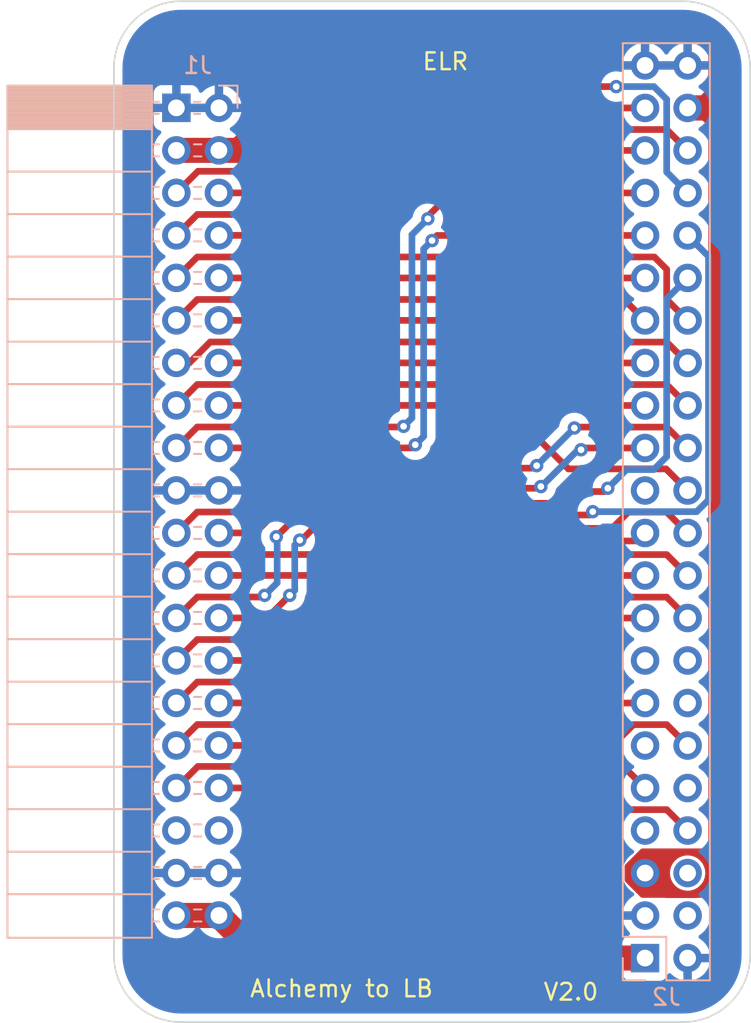
<source format=kicad_pcb>
(kicad_pcb (version 20211014) (generator pcbnew)
  (layers (0 "F.Cu" signal) (31 "B.Cu" signal) (34 "B.Paste" user) (35 "F.Paste" user) (36 "B.SilkS" user "B.Silkscreen") (37 "F.SilkS" user "F.Silkscreen") (38 "B.Mask" user) (39 "F.Mask" user) (44 "Edge.Cuts" user))
  (net 0 "")
  (net 1 "/I2C1_SDA")
  (net 2 "/I2C1_SCL")
  (net 3 "/I2C2_SDA")
  (net 4 "/I2C2_SCL")
  (net 5 "/ADC0")
  (net 6 "/ADC1")
  (net 7 "/ADC4")
  (net 8 "/ADC5")
  (net 9 "/ADC6")
  (net 10 "/ADC7")
  (net 11 "/ADC8")
  (net 12 "/ADC9")
  (net 13 "/GPIO0")
  (net 14 "/GPIO1")
  (net 15 "/GPIO2")
  (net 16 "/GPIO3")
  (net 26 "GND")
  (net 27 "+5V")
  (net 28 "/UART1_RX")
  (net 29 "/UART1_TX")
  (net 30 "/SPI1_MOSI")
  (net 31 "/SPI1_MISO")
  (net 32 "/SPI1_SCK")
  (net 33 "/SPI1_NCS")
  (net 34 "/SPI2_MOSI")
  (net 35 "/SPI2_MISO")
  (net 36 "/SPI2_SCK")
  (net 37 "/SPI2_NCS")
  (net 38 "/ADC2")
  (net 39 "/ADC3")
  (net 40 "/VM")
  (footprint "Connector_PinHeader_2.54mm:PinHeader_2x22_P2.54mm_Vertical" (layer "B.Cu") (at 163.725 126.175)
    (fp_text reference "J2" (at 1.27 2.33) (layer "B.SilkS") (effects (justify mirror)))
    (fp_text value "Conn_02x22_Odd_Even" hide)
    (fp_line (start 1.27 1.33) (end 3.87 1.33) (layer "B.SilkS") (width 0.12))
    (fp_line (start 1.27 -1.27) (end 1.27 1.33) (layer "B.SilkS") (width 0.12))
    (fp_line (start -1.33 -1.27) (end -1.33 -54.67) (layer "B.SilkS") (width 0.12))
    (fp_line (start -1.33 -1.27) (end 1.27 -1.27) (layer "B.SilkS") (width 0.12))
    (fp_line (start -1.33 1.33) (end 0 1.33) (layer "B.SilkS") (width 0.12))
    (fp_line (start 3.87 1.33) (end 3.87 -54.67) (layer "B.SilkS") (width 0.12))
    (fp_line (start -1.33 -54.67) (end 3.87 -54.67) (layer "B.SilkS") (width 0.12))
    (fp_line (start -1.33 0) (end -1.33 1.33) (layer "B.SilkS") (width 0.12))
    (pad "1" thru_hole rect locked (at 0 0) (size 1.7 1.7) (drill 1) (layers *.Cu *.Mask) (net 40 "/VM"))
    (pad "2" thru_hole oval locked (at 2.54 0) (size 1.7 1.7) (drill 1) (layers *.Cu *.Mask) (net 26 "GND"))
    (pad "3" thru_hole oval locked (at 0 -2.54) (size 1.7 1.7) (drill 1) (layers *.Cu *.Mask) (net 26 "GND"))
    (pad "4" thru_hole oval locked (at 2.54 -2.54) (size 1.7 1.7) (drill 1) (layers *.Cu *.Mask))
    (pad "5" thru_hole oval locked (at 0 -5.08) (size 1.7 1.7) (drill 1) (layers *.Cu *.Mask) (net 27 "+5V"))
    (pad "6" thru_hole oval locked (at 2.54 -5.08) (size 1.7 1.7) (drill 1) (layers *.Cu *.Mask))
    (pad "7" thru_hole oval locked (at 0 -7.62) (size 1.7 1.7) (drill 1) (layers *.Cu *.Mask))
    (pad "8" thru_hole oval locked (at 2.54 -7.62) (size 1.7 1.7) (drill 1) (layers *.Cu *.Mask) (net 16 "/GPIO3"))
    (pad "9" thru_hole oval locked (at 0 -10.16) (size 1.7 1.7) (drill 1) (layers *.Cu *.Mask) (net 15 "/GPIO2"))
    (pad "10" thru_hole oval locked (at 2.54 -10.16) (size 1.7 1.7) (drill 1) (layers *.Cu *.Mask))
    (pad "11" thru_hole oval locked (at 0 -12.7) (size 1.7 1.7) (drill 1) (layers *.Cu *.Mask))
    (pad "12" thru_hole oval locked (at 2.54 -12.7) (size 1.7 1.7) (drill 1) (layers *.Cu *.Mask) (net 14 "/GPIO1"))
    (pad "13" thru_hole oval locked (at 0 -15.24) (size 1.7 1.7) (drill 1) (layers *.Cu *.Mask) (net 13 "/GPIO0"))
    (pad "14" thru_hole oval locked (at 2.54 -15.24) (size 1.7 1.7) (drill 1) (layers *.Cu *.Mask))
    (pad "15" thru_hole oval locked (at 0 -17.78) (size 1.7 1.7) (drill 1) (layers *.Cu *.Mask))
    (pad "16" thru_hole oval locked (at 2.54 -17.78) (size 1.7 1.7) (drill 1) (layers *.Cu *.Mask))
    (pad "17" thru_hole oval locked (at 0 -20.32) (size 1.7 1.7) (drill 1) (layers *.Cu *.Mask) (net 12 "/ADC9"))
    (pad "18" thru_hole oval locked (at 2.54 -20.32) (size 1.7 1.7) (drill 1) (layers *.Cu *.Mask) (net 11 "/ADC8"))
    (pad "19" thru_hole oval locked (at 0 -22.86) (size 1.7 1.7) (drill 1) (layers *.Cu *.Mask) (net 10 "/ADC7"))
    (pad "20" thru_hole oval locked (at 2.54 -22.86) (size 1.7 1.7) (drill 1) (layers *.Cu *.Mask) (net 9 "/ADC6"))
    (pad "21" thru_hole oval locked (at 0 -25.4) (size 1.7 1.7) (drill 1) (layers *.Cu *.Mask) (net 39 "/ADC3"))
    (pad "22" thru_hole oval locked (at 2.54 -25.4) (size 1.7 1.7) (drill 1) (layers *.Cu *.Mask) (net 38 "/ADC2"))
    (pad "23" thru_hole oval locked (at 0 -27.94) (size 1.7 1.7) (drill 1) (layers *.Cu *.Mask))
    (pad "24" thru_hole oval locked (at 2.54 -27.94) (size 1.7 1.7) (drill 1) (layers *.Cu *.Mask) (net 37 "/SPI2_NCS"))
    (pad "25" thru_hole oval locked (at 0 -30.48) (size 1.7 1.7) (drill 1) (layers *.Cu *.Mask) (net 6 "/ADC1"))
    (pad "26" thru_hole oval locked (at 2.54 -30.48) (size 1.7 1.7) (drill 1) (layers *.Cu *.Mask) (net 5 "/ADC0"))
    (pad "27" thru_hole oval locked (at 0 -33.02) (size 1.7 1.7) (drill 1) (layers *.Cu *.Mask) (net 36 "/SPI2_SCK"))
    (pad "28" thru_hole oval locked (at 2.54 -33.02) (size 1.7 1.7) (drill 1) (layers *.Cu *.Mask) (net 35 "/SPI2_MISO"))
    (pad "29" thru_hole oval locked (at 0 -35.56) (size 1.7 1.7) (drill 1) (layers *.Cu *.Mask) (net 34 "/SPI2_MOSI"))
    (pad "30" thru_hole oval locked (at 2.54 -35.56) (size 1.7 1.7) (drill 1) (layers *.Cu *.Mask) (net 33 "/SPI1_NCS"))
    (pad "31" thru_hole oval locked (at 0 -38.1) (size 1.7 1.7) (drill 1) (layers *.Cu *.Mask) (net 32 "/SPI1_SCK"))
    (pad "32" thru_hole oval locked (at 2.54 -38.1) (size 1.7 1.7) (drill 1) (layers *.Cu *.Mask) (net 30 "/SPI1_MOSI"))
    (pad "33" thru_hole oval locked (at 0 -40.64) (size 1.7 1.7) (drill 1) (layers *.Cu *.Mask) (net 31 "/SPI1_MISO"))
    (pad "34" thru_hole oval locked (at 2.54 -40.64) (size 1.7 1.7) (drill 1) (layers *.Cu *.Mask) (net 7 "/ADC4"))
    (pad "35" thru_hole oval locked (at 0 -43.18) (size 1.7 1.7) (drill 1) (layers *.Cu *.Mask) (net 4 "/I2C2_SCL"))
    (pad "36" thru_hole oval locked (at 2.54 -43.18) (size 1.7 1.7) (drill 1) (layers *.Cu *.Mask) (net 8 "/ADC5"))
    (pad "37" thru_hole oval locked (at 0 -45.72) (size 1.7 1.7) (drill 1) (layers *.Cu *.Mask) (net 3 "/I2C2_SDA"))
    (pad "38" thru_hole oval locked (at 2.54 -45.72) (size 1.7 1.7) (drill 1) (layers *.Cu *.Mask) (net 1 "/I2C1_SDA"))
    (pad "39" thru_hole oval locked (at 0 -48.26) (size 1.7 1.7) (drill 1) (layers *.Cu *.Mask) (net 29 "/UART1_TX"))
    (pad "40" thru_hole oval locked (at 2.54 -48.26) (size 1.7 1.7) (drill 1) (layers *.Cu *.Mask) (net 28 "/UART1_RX"))
    (pad "41" thru_hole oval locked (at 0 -50.8) (size 1.7 1.7) (drill 1) (layers *.Cu *.Mask) (net 2 "/I2C1_SCL"))
    (pad "42" thru_hole oval locked (at 2.54 -50.8) (size 1.7 1.7) (drill 1) (layers *.Cu *.Mask) (net 27 "+5V"))
    (pad "43" thru_hole oval locked (at 0 -53.34) (size 1.7 1.7) (drill 1) (layers *.Cu *.Mask) (net 26 "GND"))
    (pad "44" thru_hole oval locked (at 2.54 -53.34) (size 1.7 1.7) (drill 1) (layers *.Cu *.Mask) (net 26 "GND"))
  )
  (footprint "pmod-conn_6x2:con_Alchemy_mirrored" (layer "B.Cu") (at 137 99.5 180)
    (fp_text reference "J1" (at 0 26.67 unlocked) (layer "B.SilkS") (effects (justify mirror)))
    (fp_text value "Conn_02x20_Odd_Even" hide)
    (fp_line (start 11.36 22.86) (end 2.73 22.86) (layer "B.SilkS") (width 0.12))
    (fp_line (start 2.73 -24.49) (end 2.32 -24.49) (layer "B.SilkS") (width 0.12))
    (fp_line (start 0.22 -13.61) (end -0.22 -13.61) (layer "B.SilkS") (width 0.12))
    (fp_line (start 11.36 10.16) (end 2.73 10.16) (layer "B.SilkS") (width 0.12))
    (fp_line (start 2.73 -16.87) (end 2.32 -16.87) (layer "B.SilkS") (width 0.12))
    (fp_line (start 0.22 1.63) (end -0.22 1.63) (layer "B.SilkS") (width 0.12))
    (fp_line (start 0.22 3.45) (end -0.22 3.45) (layer "B.SilkS") (width 0.12))
    (fp_line (start 11.36 24.277145) (end 2.73 24.277145) (layer "B.SilkS") (width 0.12))
    (fp_line (start 2.73 19.41) (end 2.32 19.41) (layer "B.SilkS") (width 0.12))
    (fp_line (start 0.22 21.95) (end -0.22 21.95) (layer "B.SilkS") (width 0.12))
    (fp_line (start 11.36 25.221905) (end 2.73 25.221905) (layer "B.SilkS") (width 0.12))
    (fp_line (start 2.73 -1.63) (end 2.32 -1.63) (layer "B.SilkS") (width 0.12))
    (fp_line (start 2.73 -4.17) (end 2.32 -4.17) (layer "B.SilkS") (width 0.12))
    (fp_line (start 2.73 -23.77) (end 2.32 -23.77) (layer "B.SilkS") (width 0.12))
    (fp_line (start 0.22 -21.95) (end -0.22 -21.95) (layer "B.SilkS") (width 0.12))
    (fp_line (start 0.22 -11.07) (end -0.22 -11.07) (layer "B.SilkS") (width 0.12))
    (fp_line (start 11.36 23.92286) (end 2.73 23.92286) (layer "B.SilkS") (width 0.12))
    (fp_line (start 2.73 25.46) (end 2.73 -25.46) (layer "B.SilkS") (width 0.12))
    (fp_line (start 0.22 18.69) (end -0.22 18.69) (layer "B.SilkS") (width 0.12))
    (fp_line (start 0.22 -21.23) (end -0.22 -21.23) (layer "B.SilkS") (width 0.12))
    (fp_line (start 11.36 2.54) (end 2.73 2.54) (layer "B.SilkS") (width 0.12))
    (fp_line (start 0.22 0.91) (end -0.22 0.91) (layer "B.SilkS") (width 0.12))
    (fp_line (start 2.73 23.77) (end 2.32 23.77) (layer "B.SilkS") (width 0.12))
    (fp_line (start -2.38 25.46) (end -2.38 24.13) (layer "B.SilkS") (width 0.12))
    (fp_line (start 11.36 15.24) (end 2.73 15.24) (layer "B.SilkS") (width 0.12))
    (fp_line (start 2.73 -11.07) (end 2.32 -11.07) (layer "B.SilkS") (width 0.12))
    (fp_line (start 2.73 -16.15) (end 2.32 -16.15) (layer "B.SilkS") (width 0.12))
    (fp_line (start 2.73 4.17) (end 2.32 4.17) (layer "B.SilkS") (width 0.12))
    (fp_line (start 2.73 16.87) (end 2.32 16.87) (layer "B.SilkS") (width 0.12))
    (fp_line (start 11.36 -12.7) (end 2.73 -12.7) (layer "B.SilkS") (width 0.12))
    (fp_line (start 11.36 -7.62) (end 2.73 -7.62) (layer "B.SilkS") (width 0.12))
    (fp_line (start 11.36 24.15905) (end 2.73 24.15905) (layer "B.SilkS") (width 0.12))
    (fp_line (start 0.22 -8.53) (end -0.22 -8.53) (layer "B.SilkS") (width 0.12))
    (fp_line (start 2.73 13.61) (end 2.32 13.61) (layer "B.SilkS") (width 0.12))
    (fp_line (start 11.36 25.46) (end 2.73 25.46) (layer "B.SilkS") (width 0.12))
    (fp_line (start 0.22 -5.99) (end -0.22 -5.99) (layer "B.SilkS") (width 0.12))
    (fp_line (start 2.73 -18.69) (end 2.32 -18.69) (layer "B.SilkS") (width 0.12))
    (fp_line (start 2.73 -8.53) (end 2.32 -8.53) (layer "B.SilkS") (width 0.12))
    (fp_line (start 0.22 -16.15) (end -0.22 -16.15) (layer "B.SilkS") (width 0.12))
    (fp_line (start 2.73 -6.71) (end 2.32 -6.71) (layer "B.SilkS") (width 0.12))
    (fp_line (start 11.36 24.86762) (end 2.73 24.86762) (layer "B.SilkS") (width 0.12))
    (fp_line (start 2.73 16.15) (end 2.32 16.15) (layer "B.SilkS") (width 0.12))
    (fp_line (start 0.22 14.33) (end -0.22 14.33) (layer "B.SilkS") (width 0.12))
    (fp_line (start 11.36 22.9781) (end 2.73 22.9781) (layer "B.SilkS") (width 0.12))
    (fp_line (start 2.73 9.25) (end 2.32 9.25) (layer "B.SilkS") (width 0.12))
    (fp_line (start 11.36 -17.78) (end 2.73 -17.78) (layer "B.SilkS") (width 0.12))
    (fp_line (start 11.36 23.096195) (end 2.73 23.096195) (layer "B.SilkS") (width 0.12))
    (fp_line (start 2.73 -14.33) (end 2.32 -14.33) (layer "B.SilkS") (width 0.12))
    (fp_line (start -1.27 25.46) (end -2.38 25.46) (layer "B.SilkS") (width 0.12))
    (fp_line (start 2.73 -0.91) (end 2.32 -0.91) (layer "B.SilkS") (width 0.12))
    (fp_line (start 2.73 -5.99) (end 2.32 -5.99) (layer "B.SilkS") (width 0.12))
    (fp_line (start 0.22 -19.41) (end -0.22 -19.41) (layer "B.SilkS") (width 0.12))
    (fp_line (start 2.73 18.69) (end 2.32 18.69) (layer "B.SilkS") (width 0.12))
    (fp_line (start 0.22 16.15) (end -0.22 16.15) (layer "B.SilkS") (width 0.12))
    (fp_line (start 11.36 23.332385) (end 2.73 23.332385) (layer "B.SilkS") (width 0.12))
    (fp_line (start 11.36 -22.86) (end 2.73 -22.86) (layer "B.SilkS") (width 0.12))
    (fp_line (start 2.73 5.99) (end 2.32 5.99) (layer "B.SilkS") (width 0.12))
    (fp_line (start 11.36 5.08) (end 2.73 5.08) (layer "B.SilkS") (width 0.12))
    (fp_line (start 2.73 -19.41) (end 2.32 -19.41) (layer "B.SilkS") (width 0.12))
    (fp_line (start 2.73 -11.79) (end 2.32 -11.79) (layer "B.SilkS") (width 0.12))
    (fp_line (start 0.22 -16.87) (end -0.22 -16.87) (layer "B.SilkS") (width 0.12))
    (fp_line (start 11.36 24.63143) (end 2.73 24.63143) (layer "B.SilkS") (width 0.12))
    (fp_line (start 11.36 -15.24) (end 2.73 -15.24) (layer "B.SilkS") (width 0.12))
    (fp_line (start 2.73 14.33) (end 2.32 14.33) (layer "B.SilkS") (width 0.12))
    (fp_line (start 2.73 21.23) (end 2.32 21.23) (layer "B.SilkS") (width 0.12))
    (fp_line (start 2.73 -9.25) (end 2.32 -9.25) (layer "B.SilkS") (width 0.12))
    (fp_line (start 0.22 4.17) (end -0.22 4.17) (layer "B.SilkS") (width 0.12))
    (fp_line (start 0.22 11.07) (end -0.22 11.07) (layer "B.SilkS") (width 0.12))
    (fp_line (start 11.36 7.62) (end 2.73 7.62) (layer "B.SilkS") (width 0.12))
    (fp_line (start 0.22 24.49) (end -0.16 24.49) (layer "B.SilkS") (width 0.12))
    (fp_line (start 0.22 9.25) (end -0.22 9.25) (layer "B.SilkS") (width 0.12))
    (fp_line (start 11.36 -5.08) (end 2.73 -5.08) (layer "B.SilkS") (width 0.12))
    (fp_line (start 11.36 12.7) (end 2.73 12.7) (layer "B.SilkS") (width 0.12))
    (fp_line (start 0.22 23.77) (end -0.16 23.77) (layer "B.SilkS") (width 0.12))
    (fp_line (start 11.36 17.78) (end 2.73 17.78) (layer "B.SilkS") (width 0.12))
    (fp_line (start 2.73 21.95) (end 2.32 21.95) (layer "B.SilkS") (width 0.12))
    (fp_line (start 11.36 25.46) (end 11.36 -25.46) (layer "B.SilkS") (width 0.12))
    (fp_line (start 11.36 -25.46) (end 2.73 -25.46) (layer "B.SilkS") (width 0.12))
    (fp_line (start 11.36 -10.16) (end 2.73 -10.16) (layer "B.SilkS") (width 0.12))
    (fp_line (start 11.36 25.10381) (end 2.73 25.10381) (layer "B.SilkS") (width 0.12))
    (fp_line (start 0.22 16.87) (end -0.22 16.87) (layer "B.SilkS") (width 0.12))
    (fp_line (start 2.73 0.91) (end 2.32 0.91) (layer "B.SilkS") (width 0.12))
    (fp_line (start 0.22 -6.71) (end -0.22 -6.71) (layer "B.SilkS") (width 0.12))
    (fp_line (start 0.22 5.99) (end -0.22 5.99) (layer "B.SilkS") (width 0.12))
    (fp_line (start 11.36 23.568575) (end 2.73 23.568575) (layer "B.SilkS") (width 0.12))
    (fp_line (start 11.36 -2.54) (end 2.73 -2.54) (layer "B.SilkS") (width 0.12))
    (fp_line (start 2.73 -13.61) (end 2.32 -13.61) (layer "B.SilkS") (width 0.12))
    (fp_line (start 0.22 21.23) (end -0.22 21.23) (layer "B.SilkS") (width 0.12))
    (fp_line (start 11.36 24.985715) (end 2.73 24.985715) (layer "B.SilkS") (width 0.12))
    (fp_line (start 11.36 0) (end 2.73 0) (layer "B.SilkS") (width 0.12))
    (fp_line (start 2.73 8.53) (end 2.32 8.53) (layer "B.SilkS") (width 0.12))
    (fp_line (start 11.36 23.21429) (end 2.73 23.21429) (layer "B.SilkS") (width 0.12))
    (fp_line (start 11.36 24.749525) (end 2.73 24.749525) (layer "B.SilkS") (width 0.12))
    (fp_line (start 2.73 1.63) (end 2.32 1.63) (layer "B.SilkS") (width 0.12))
    (fp_line (start 11.36 23.804765) (end 2.73 23.804765) (layer "B.SilkS") (width 0.12))
    (fp_line (start 11.36 24.513335) (end 2.73 24.513335) (layer "B.SilkS") (width 0.12))
    (fp_line (start 0.22 11.79) (end -0.22 11.79) (layer "B.SilkS") (width 0.12))
    (fp_line (start 2.73 3.45) (end 2.32 3.45) (layer "B.SilkS") (width 0.12))
    (fp_line (start 2.73 -21.95) (end 2.32 -21.95) (layer "B.SilkS") (width 0.12))
    (fp_line (start 0.22 -0.91) (end -0.22 -0.91) (layer "B.SilkS") (width 0.12))
    (fp_line (start 11.36 -20.32) (end 2.73 -20.32) (layer "B.SilkS") (width 0.12))
    (fp_line (start 0.22 -4.17) (end -0.22 -4.17) (layer "B.SilkS") (width 0.12))
    (fp_line (start 2.73 -21.23) (end 2.32 -21.23) (layer "B.SilkS") (width 0.12))
    (fp_line (start 0.22 19.41) (end -0.22 19.41) (layer "B.SilkS") (width 0.12))
    (fp_line (start 0.22 -3.45) (end -0.22 -3.45) (layer "B.SilkS") (width 0.12))
    (fp_line (start 11.36 23.68667) (end 2.73 23.68667) (layer "B.SilkS") (width 0.12))
    (fp_line (start 0.22 -1.63) (end -0.22 -1.63) (layer "B.SilkS") (width 0.12))
    (fp_line (start 2.73 6.71) (end 2.32 6.71) (layer "B.SilkS") (width 0.12))
    (fp_line (start 11.36 24.040955) (end 2.73 24.040955) (layer "B.SilkS") (width 0.12))
    (fp_line (start 0.22 8.53) (end -0.22 8.53) (layer "B.SilkS") (width 0.12))
    (fp_line (start 2.73 -3.45) (end 2.32 -3.45) (layer "B.SilkS") (width 0.12))
    (fp_line (start 0.22 -18.69) (end -0.22 -18.69) (layer "B.SilkS") (width 0.12))
    (fp_line (start 0.22 -9.25) (end -0.22 -9.25) (layer "B.SilkS") (width 0.12))
    (fp_line (start 11.36 25.34) (end 2.73 25.34) (layer "B.SilkS") (width 0.12))
    (fp_line (start 0.22 -14.33) (end -0.22 -14.33) (layer "B.SilkS") (width 0.12))
    (fp_line (start 2.73 11.07) (end 2.32 11.07) (layer "B.SilkS") (width 0.12))
    (fp_line (start 0.22 -23.77) (end -0.22 -23.77) (layer "B.SilkS") (width 0.12))
    (fp_line (start 2.73 24.49) (end 2.32 24.49) (layer "B.SilkS") (width 0.12))
    (fp_line (start 0.22 13.61) (end -0.22 13.61) (layer "B.SilkS") (width 0.12))
    (fp_line (start 11.36 24.39524) (end 2.73 24.39524) (layer "B.SilkS") (width 0.12))
    (fp_line (start 0.22 6.71) (end -0.22 6.71) (layer "B.SilkS") (width 0.12))
    (fp_line (start 0.22 -24.49) (end -0.22 -24.49) (layer "B.SilkS") (width 0.12))
    (fp_line (start 2.73 11.79) (end 2.32 11.79) (layer "B.SilkS") (width 0.12))
    (fp_line (start 11.36 20.32) (end 2.73 20.32) (layer "B.SilkS") (width 0.12))
    (fp_line (start 0.22 -11.79) (end -0.22 -11.79) (layer "B.SilkS") (width 0.12))
    (fp_line (start 11.36 23.45048) (end 2.73 23.45048) (layer "B.SilkS") (width 0.12))
    (pad "1" thru_hole rect locked (at 1.27 24.13 180) (size 1.7 1.7) (drill 1) (layers *.Cu *.Mask) (net 26 "GND"))
    (pad "2" thru_hole oval locked (at -1.27 24.13 180) (size 1.7 1.7) (drill 1) (layers *.Cu *.Mask) (net 26 "GND"))
    (pad "3" thru_hole oval locked (at 1.27 21.59 180) (size 1.7 1.7) (drill 1) (layers *.Cu *.Mask) (net 27 "+5V"))
    (pad "4" thru_hole oval locked (at -1.27 21.59 180) (size 1.7 1.7) (drill 1) (layers *.Cu *.Mask) (net 27 "+5V"))
    (pad "5" thru_hole oval locked (at 1.27 19.05 180) (size 1.7 1.7) (drill 1) (layers *.Cu *.Mask) (net 1 "/I2C1_SDA"))
    (pad "6" thru_hole oval locked (at -1.27 19.05 180) (size 1.7 1.7) (drill 1) (layers *.Cu *.Mask) (net 2 "/I2C1_SCL"))
    (pad "7" thru_hole oval locked (at 1.27 16.51 180) (size 1.7 1.7) (drill 1) (layers *.Cu *.Mask) (net 28 "/UART1_RX"))
    (pad "8" thru_hole oval locked (at -1.27 16.51 180) (size 1.7 1.7) (drill 1) (layers *.Cu *.Mask) (net 29 "/UART1_TX"))
    (pad "9" thru_hole oval locked (at 1.27 13.97 180) (size 1.7 1.7) (drill 1) (layers *.Cu *.Mask) (net 30 "/SPI1_MOSI"))
    (pad "10" thru_hole oval locked (at -1.27 13.97 180) (size 1.7 1.7) (drill 1) (layers *.Cu *.Mask) (net 31 "/SPI1_MISO"))
    (pad "11" thru_hole oval locked (at 1.27 11.43 180) (size 1.7 1.7) (drill 1) (layers *.Cu *.Mask) (net 32 "/SPI1_SCK"))
    (pad "12" thru_hole oval locked (at -1.27 11.43 180) (size 1.7 1.7) (drill 1) (layers *.Cu *.Mask) (net 33 "/SPI1_NCS"))
    (pad "13" thru_hole oval locked (at 1.27 8.89 180) (size 1.7 1.7) (drill 1) (layers *.Cu *.Mask) (net 34 "/SPI2_MOSI"))
    (pad "14" thru_hole oval locked (at -1.27 8.89 180) (size 1.7 1.7) (drill 1) (layers *.Cu *.Mask) (net 35 "/SPI2_MISO"))
    (pad "15" thru_hole oval locked (at 1.27 6.35 180) (size 1.7 1.7) (drill 1) (layers *.Cu *.Mask) (net 36 "/SPI2_SCK"))
    (pad "16" thru_hole oval locked (at -1.27 6.35 180) (size 1.7 1.7) (drill 1) (layers *.Cu *.Mask) (net 37 "/SPI2_NCS"))
    (pad "17" thru_hole oval locked (at 1.27 3.81 180) (size 1.7 1.7) (drill 1) (layers *.Cu *.Mask) (net 3 "/I2C2_SDA"))
    (pad "18" thru_hole oval locked (at -1.27 3.81 180) (size 1.7 1.7) (drill 1) (layers *.Cu *.Mask) (net 4 "/I2C2_SCL"))
    (pad "19" thru_hole oval locked (at 1.27 1.27 180) (size 1.7 1.7) (drill 1) (layers *.Cu *.Mask) (net 26 "GND"))
    (pad "20" thru_hole oval locked (at -1.27 1.27 180) (size 1.7 1.7) (drill 1) (layers *.Cu *.Mask) (net 26 "GND"))
    (pad "21" thru_hole oval locked (at 1.27 -1.27 180) (size 1.7 1.7) (drill 1) (layers *.Cu *.Mask) (net 5 "/ADC0"))
    (pad "22" thru_hole oval locked (at -1.27 -1.27 180) (size 1.7 1.7) (drill 1) (layers *.Cu *.Mask) (net 6 "/ADC1"))
    (pad "23" thru_hole oval locked (at 1.27 -3.81 180) (size 1.7 1.7) (drill 1) (layers *.Cu *.Mask) (net 38 "/ADC2"))
    (pad "24" thru_hole oval locked (at -1.27 -3.81 180) (size 1.7 1.7) (drill 1) (layers *.Cu *.Mask) (net 39 "/ADC3"))
    (pad "25" thru_hole oval locked (at 1.27 -6.35 180) (size 1.7 1.7) (drill 1) (layers *.Cu *.Mask) (net 7 "/ADC4"))
    (pad "26" thru_hole oval locked (at -1.27 -6.35 180) (size 1.7 1.7) (drill 1) (layers *.Cu *.Mask) (net 8 "/ADC5"))
    (pad "27" thru_hole oval locked (at 1.27 -8.89 180) (size 1.7 1.7) (drill 1) (layers *.Cu *.Mask) (net 9 "/ADC6"))
    (pad "28" thru_hole oval locked (at -1.27 -8.89 180) (size 1.7 1.7) (drill 1) (layers *.Cu *.Mask) (net 10 "/ADC7"))
    (pad "29" thru_hole oval locked (at 1.27 -11.43 180) (size 1.7 1.7) (drill 1) (layers *.Cu *.Mask) (net 11 "/ADC8"))
    (pad "30" thru_hole oval locked (at -1.27 -11.43 180) (size 1.7 1.7) (drill 1) (layers *.Cu *.Mask) (net 12 "/ADC9"))
    (pad "31" thru_hole oval locked (at 1.27 -13.97 180) (size 1.7 1.7) (drill 1) (layers *.Cu *.Mask) (net 13 "/GPIO0"))
    (pad "32" thru_hole oval locked (at -1.27 -13.97 180) (size 1.7 1.7) (drill 1) (layers *.Cu *.Mask) (net 14 "/GPIO1"))
    (pad "33" thru_hole oval locked (at 1.27 -16.51 180) (size 1.7 1.7) (drill 1) (layers *.Cu *.Mask) (net 15 "/GPIO2"))
    (pad "34" thru_hole oval locked (at -1.27 -16.51 180) (size 1.7 1.7) (drill 1) (layers *.Cu *.Mask) (net 16 "/GPIO3"))
    (pad "35" thru_hole oval locked (at 1.27 -19.05 180) (size 1.7 1.7) (drill 1) (layers *.Cu *.Mask))
    (pad "36" thru_hole oval locked (at -1.27 -19.05 180) (size 1.7 1.7) (drill 1) (layers *.Cu *.Mask))
    (pad "37" thru_hole oval locked (at 1.27 -21.59 180) (size 1.7 1.7) (drill 1) (layers *.Cu *.Mask) (net 26 "GND"))
    (pad "38" thru_hole oval locked (at -1.27 -21.59 180) (size 1.7 1.7) (drill 1) (layers *.Cu *.Mask) (net 26 "GND"))
    (pad "39" thru_hole oval locked (at 1.27 -24.13 180) (size 1.7 1.7) (drill 1) (layers *.Cu *.Mask) (net 40 "/VM"))
    (pad "40" thru_hole oval locked (at -1.27 -24.13 180) (size 1.7 1.7) (drill 1) (layers *.Cu *.Mask) (net 40 "/VM"))
  )
  (gr_arc locked (start 170 126) (mid 168.828427 128.828427) (end 166 130) (layer "Edge.Cuts") (width 0.1))
  (gr_arc locked (start 132 73) (mid 133.171573 70.171573) (end 136 69) (layer "Edge.Cuts") (width 0.1))
  (gr_line locked (start 170 73) (end 170 126) (layer "Edge.Cuts") (width 0.1))
  (gr_line locked (start 136 69) (end 166 69) (layer "Edge.Cuts") (width 0.1))
  (gr_line locked (start 136 130) (end 166 130) (layer "Edge.Cuts") (width 0.1))
  (gr_line locked (start 132 73) (end 132 126) (layer "Edge.Cuts") (width 0.1))
  (gr_arc locked (start 136 130) (mid 133.171573 128.828427) (end 132 126) (layer "Edge.Cuts") (width 0.1))
  (gr_arc locked (start 166 69) (mid 168.828427 70.171573) (end 170 73) (layer "Edge.Cuts") (width 0.1))
  (gr_text "ELR" (at 151.8 72.6) (layer "F.SilkS") (effects (font (size 1 1))))
  (gr_text "V2.0" (at 159.3 128.2) (layer "F.SilkS") (effects (font (size 1 1))))
  (gr_text "Alchemy to LB" (at 145.6 128) (layer "F.SilkS") (effects (font (size 1 1))))
  (segment (start 146.740489 79.159511) (end 151.8 74.1) (width 0.4) (layer "F.Cu") (net 1))
  (segment (start 162 74.1) (end 151.8 74.1) (width 0.4) (layer "F.Cu") (net 1))
  (segment (start 135.73 80.45) (end 137.020489 79.159511) (width 0.4) (layer "F.Cu") (net 1))
  (segment (start 137.020489 79.159511) (end 146.740489 79.159511) (width 0.4) (layer "F.Cu") (net 1))
  (via (at 162 74.1) (size 0.8) (drill 0.4) (layers "F.Cu" "B.Cu") (net 1))
  (segment (start 165.015489 74.857435) (end 164.258054 74.1) (width 0.4) (layer "B.Cu") (net 1))
  (segment (start 165.015489 79.205489) (end 165.015489 74.857435) (width 0.4) (layer "B.Cu") (net 1))
  (segment (start 166.265 80.455) (end 165.015489 79.205489) (width 0.4) (layer "B.Cu") (net 1))
  (segment (start 164.258054 74.1) (end 162 74.1) (width 0.4) (layer "B.Cu") (net 1))
  (segment (start 152.325 75.375) (end 163.725 75.375) (width 0.4) (layer "F.Cu") (net 2))
  (segment (start 147.25 80.45) (end 152.325 75.375) (width 0.4) (layer "F.Cu") (net 2))
  (segment (start 138.27 80.45) (end 147.25 80.45) (width 0.4) (layer "F.Cu") (net 2))
  (segment (start 152.145 80.455) (end 163.725 80.455) (width 0.4) (layer "F.Cu") (net 3))
  (segment (start 150.75 82) (end 150.75 81.85) (width 0.4) (layer "F.Cu") (net 3))
  (segment (start 150.75 81.85) (end 152.145 80.455) (width 0.4) (layer "F.Cu") (net 3))
  (segment (start 136.979511 94.440489) (end 149.259511 94.440489) (width 0.4) (layer "F.Cu") (net 3))
  (segment (start 149.259511 94.440489) (end 149.3 94.4) (width 0.4) (layer "F.Cu") (net 3))
  (segment (start 135.73 95.69) (end 136.979511 94.440489) (width 0.4) (layer "F.Cu") (net 3))
  (via (at 150.75 82) (size 0.8) (drill 0.4) (layers "F.Cu" "B.Cu") (net 3))
  (via (at 149.3 94.4) (size 0.8) (drill 0.4) (layers "F.Cu" "B.Cu") (net 3))
  (segment (start 149.8 82.95) (end 149.8 93.9) (width 0.4) (layer "B.Cu") (net 3))
  (segment (start 150.75 82) (end 149.8 82.95) (width 0.4) (layer "B.Cu") (net 3))
  (segment (start 149.8 93.9) (end 149.3 94.4) (width 0.4) (layer "B.Cu") (net 3))
  (segment (start 151 83.3) (end 151.305 82.995) (width 0.4) (layer "F.Cu") (net 4))
  (segment (start 150 95.5) (end 149.81 95.69) (width 0.4) (layer "F.Cu") (net 4))
  (segment (start 149.81 95.69) (end 138.27 95.69) (width 0.4) (layer "F.Cu") (net 4))
  (segment (start 151.305 82.995) (end 163.725 82.995) (width 0.4) (layer "F.Cu") (net 4))
  (via (at 150 95.5) (size 0.8) (drill 0.4) (layers "F.Cu" "B.Cu") (net 4))
  (via (at 151 83.3) (size 0.8) (drill 0.4) (layers "F.Cu" "B.Cu") (net 4))
  (segment (start 150.5 83.8) (end 151 83.3) (width 0.4) (layer "B.Cu") (net 4))
  (segment (start 150.5 95) (end 150.5 83.8) (width 0.4) (layer "B.Cu") (net 4))
  (segment (start 150 95.5) (end 150.5 95) (width 0.4) (layer "B.Cu") (net 4))
  (segment (start 136.979511 99.520489) (end 135.73 100.77) (width 0.4) (layer "F.Cu") (net 5))
  (segment (start 159.5 94.5) (end 159.554511 94.445489) (width 0.4) (layer "F.Cu") (net 5))
  (segment (start 142.5 96.9) (end 139.879511 99.520489) (width 0.4) (layer "F.Cu") (net 5))
  (segment (start 165.015489 94.445489) (end 166.265 95.695) (width 0.4) (layer "F.Cu") (net 5))
  (segment (start 159.554511 94.445489) (end 165.015489 94.445489) (width 0.4) (layer "F.Cu") (net 5))
  (segment (start 157.25 96.75) (end 157.1 96.9) (width 0.4) (layer "F.Cu") (net 5))
  (segment (start 139.879511 99.520489) (end 136.979511 99.520489) (width 0.4) (layer "F.Cu") (net 5))
  (segment (start 157.1 96.9) (end 142.5 96.9) (width 0.4) (layer "F.Cu") (net 5))
  (via (at 157.25 96.75) (size 0.8) (drill 0.4) (layers "F.Cu" "B.Cu") (net 5))
  (via (at 159.5 94.5) (size 0.8) (drill 0.4) (layers "F.Cu" "B.Cu") (net 5))
  (segment (start 157.25 96.75) (end 159.5 94.5) (width 0.4) (layer "B.Cu") (net 5))
  (segment (start 160.005 95.695) (end 163.725 95.695) (width 0.4) (layer "F.Cu") (net 6))
  (segment (start 157.4 98.1) (end 143.1 98.1) (width 0.4) (layer "F.Cu") (net 6))
  (segment (start 143.1 98.1) (end 140.43 100.77) (width 0.4) (layer "F.Cu") (net 6))
  (segment (start 140.43 100.77) (end 138.27 100.77) (width 0.4) (layer "F.Cu") (net 6))
  (segment (start 159.9 95.8) (end 160.005 95.695) (width 0.4) (layer "F.Cu") (net 6))
  (segment (start 157.5 98) (end 157.4 98.1) (width 0.4) (layer "F.Cu") (net 6))
  (via (at 157.5 98) (size 0.8) (drill 0.4) (layers "F.Cu" "B.Cu") (net 6))
  (via (at 159.9 95.8) (size 0.8) (drill 0.4) (layers "F.Cu" "B.Cu") (net 6))
  (segment (start 159.725 95.8) (end 159.9 95.8) (width 0.4) (layer "B.Cu") (net 6))
  (segment (start 157.525 98) (end 159.725 95.8) (width 0.4) (layer "B.Cu") (net 6))
  (segment (start 157.5 98) (end 157.525 98) (width 0.4) (layer "B.Cu") (net 6))
  (segment (start 136.979511 104.600489) (end 135.73 105.85) (width 0.4) (layer "F.Cu") (net 7))
  (segment (start 159.400489 98.299511) (end 158.7 99) (width 0.4) (layer "F.Cu") (net 7))
  (segment (start 141 104.5) (end 140.899511 104.600489) (width 0.4) (layer "F.Cu") (net 7))
  (segment (start 140.899511 104.600489) (end 136.979511 104.600489) (width 0.4) (layer "F.Cu") (net 7))
  (segment (start 143.7 99) (end 141.7 101) (width 0.4) (layer "F.Cu") (net 7))
  (segment (start 158.7 99) (end 143.7 99) (width 0.4) (layer "F.Cu") (net 7))
  (segment (start 161.300489 98.299511) (end 159.400489 98.299511) (width 0.4) (layer "F.Cu") (net 7))
  (segment (start 161.5 98.1) (end 161.300489 98.299511) (width 0.4) (layer "F.Cu") (net 7))
  (via (at 161.5 98.1) (size 0.8) (drill 0.4) (layers "F.Cu" "B.Cu") (net 7))
  (via (at 141.7 101) (size 0.8) (drill 0.4) (layers "F.Cu" "B.Cu") (net 7))
  (via (at 141 104.5) (size 0.8) (drill 0.4) (layers "F.Cu" "B.Cu") (net 7))
  (segment (start 141.75 103.75) (end 141.75 101.05) (width 0.4) (layer "B.Cu") (net 7))
  (segment (start 162.614511 96.985489) (end 161.5 98.1) (width 0.4) (layer "B.Cu") (net 7))
  (segment (start 165.015489 96.212565) (end 164.242565 96.985489) (width 0.4) (layer "B.Cu") (net 7))
  (segment (start 141.75 101.05) (end 141.7 101) (width 0.4) (layer "B.Cu") (net 7))
  (segment (start 164.242565 96.985489) (end 162.614511 96.985489) (width 0.4) (layer "B.Cu") (net 7))
  (segment (start 166.265 85.535) (end 165.015489 86.784511) (width 0.4) (layer "B.Cu") (net 7))
  (segment (start 165.015489 86.784511) (end 165.015489 96.212565) (width 0.4) (layer "B.Cu") (net 7))
  (segment (start 141 104.5) (end 141.75 103.75) (width 0.4) (layer "B.Cu") (net 7))
  (segment (start 144.7 99.7) (end 143.2 101.2) (width 0.4) (layer "F.Cu") (net 8))
  (segment (start 160.6 99.5) (end 160.4 99.7) (width 0.4) (layer "F.Cu") (net 8))
  (segment (start 143.2 101.2) (end 143.1 101.2) (width 0.4) (layer "F.Cu") (net 8))
  (segment (start 160.4 99.7) (end 144.7 99.7) (width 0.4) (layer "F.Cu") (net 8))
  (segment (start 142.5 104.5) (end 141.15 105.85) (width 0.4) (layer "F.Cu") (net 8))
  (segment (start 141.15 105.85) (end 138.27 105.85) (width 0.4) (layer "F.Cu") (net 8))
  (via (at 142.5 104.5) (size 0.8) (drill 0.4) (layers "F.Cu" "B.Cu") (net 8))
  (via (at 160.6 99.5) (size 0.8) (drill 0.4) (layers "F.Cu" "B.Cu") (net 8))
  (via (at 143.1 101.2) (size 0.8) (drill 0.4) (layers "F.Cu" "B.Cu") (net 8))
  (segment (start 166.808054 99.5) (end 167.514511 98.793543) (width 0.4) (layer "B.Cu") (net 8))
  (segment (start 167.514511 98.793543) (end 167.514511 84.244511) (width 0.4) (layer "B.Cu") (net 8))
  (segment (start 160.6 99.5) (end 166.808054 99.5) (width 0.4) (layer "B.Cu") (net 8))
  (segment (start 142.5 104.5) (end 142.8 104.2) (width 0.4) (layer "B.Cu") (net 8))
  (segment (start 167.514511 84.244511) (end 166.265 82.995) (width 0.4) (layer "B.Cu") (net 8))
  (segment (start 142.8 101.5) (end 143.1 101.2) (width 0.4) (layer "B.Cu") (net 8))
  (segment (start 142.8 104.2) (end 142.8 101.5) (width 0.4) (layer "B.Cu") (net 8))
  (segment (start 150.109511 107.140489) (end 155.184511 102.065489) (width 0.4) (layer "F.Cu") (net 9))
  (segment (start 136.979511 107.140489) (end 150.109511 107.140489) (width 0.4) (layer "F.Cu") (net 9))
  (segment (start 155.184511 102.065489) (end 165.015489 102.065489) (width 0.4) (layer "F.Cu") (net 9))
  (segment (start 165.015489 102.065489) (end 166.265 103.315) (width 0.4) (layer "F.Cu") (net 9))
  (segment (start 135.73 108.39) (end 136.979511 107.140489) (width 0.4) (layer "F.Cu") (net 9))
  (segment (start 138.27 108.39) (end 150.485 108.39) (width 0.4) (layer "F.Cu") (net 10))
  (segment (start 155.56 103.315) (end 163.725 103.315) (width 0.4) (layer "F.Cu") (net 10))
  (segment (start 150.485 108.39) (end 155.56 103.315) (width 0.4) (layer "F.Cu") (net 10))
  (segment (start 136.979511 109.680489) (end 150.819511 109.680489) (width 0.4) (layer "F.Cu") (net 11))
  (segment (start 150.819511 109.680489) (end 155.894511 104.605489) (width 0.4) (layer "F.Cu") (net 11))
  (segment (start 165.015489 104.605489) (end 166.265 105.855) (width 0.4) (layer "F.Cu") (net 11))
  (segment (start 155.894511 104.605489) (end 165.015489 104.605489) (width 0.4) (layer "F.Cu") (net 11))
  (segment (start 135.73 110.93) (end 136.979511 109.680489) (width 0.4) (layer "F.Cu") (net 11))
  (segment (start 156.395 105.855) (end 163.725 105.855) (width 0.4) (layer "F.Cu") (net 12))
  (segment (start 151.32 110.93) (end 156.395 105.855) (width 0.4) (layer "F.Cu") (net 12))
  (segment (start 138.27 110.93) (end 151.32 110.93) (width 0.4) (layer "F.Cu") (net 12))
  (segment (start 136.979511 112.220489) (end 161.029511 112.220489) (width 0.4) (layer "F.Cu") (net 13))
  (segment (start 135.73 113.47) (end 136.979511 112.220489) (width 0.4) (layer "F.Cu") (net 13))
  (segment (start 162.315 110.935) (end 163.725 110.935) (width 0.4) (layer "F.Cu") (net 13))
  (segment (start 161.029511 112.220489) (end 162.315 110.935) (width 0.4) (layer "F.Cu") (net 13))
  (segment (start 165.015489 112.225489) (end 166.265 113.475) (width 0.4) (layer "F.Cu") (net 14))
  (segment (start 161.78 113.47) (end 163.024511 112.225489) (width 0.4) (layer "F.Cu") (net 14))
  (segment (start 163.024511 112.225489) (end 165.015489 112.225489) (width 0.4) (layer "F.Cu") (net 14))
  (segment (start 138.27 113.47) (end 161.78 113.47) (width 0.4) (layer "F.Cu") (net 14))
  (segment (start 137.015489 114.724511) (end 135.73 116.01) (width 0.4) (layer "F.Cu") (net 15))
  (segment (start 137.015489 114.724511) (end 162.434511 114.724511) (width 0.4) (layer "F.Cu") (net 15))
  (segment (start 162.434511 114.724511) (end 163.725 116.015) (width 0.4) (layer "F.Cu") (net 15))
  (segment (start 160.01 116.01) (end 138.27 116.01) (width 0.4) (layer "F.Cu") (net 16))
  (segment (start 166.265 118.555) (end 165.015489 117.305489) (width 0.4) (layer "F.Cu") (net 16))
  (segment (start 165.015489 117.305489) (end 161.305489 117.305489) (width 0.4) (layer "F.Cu") (net 16))
  (segment (start 161.305489 117.305489) (end 160.01 116.01) (width 0.4) (layer "F.Cu") (net 16))
  (segment (start 168.052076 121.075) (end 166.741587 122.385489) (width 0.4) (layer "F.Cu") (net 27))
  (segment (start 168.25 74.5) (end 168.25 71.65) (width 1.5) (layer "F.Cu") (net 27))
  (segment (start 168.25 121.075) (end 168.25 76.157919) (width 1.5) (layer "F.Cu") (net 27))
  (segment (start 167.020489 119.845489) (end 164.974511 119.845489) (width 0.4) (layer "F.Cu") (net 27))
  (segment (start 139.472081 77.91) (end 138.27 77.91) (width 1.5) (layer "F.Cu") (net 27))
  (segment (start 167.467081 75.375) (end 166.265 75.375) (width 1.5) (layer "F.Cu") (net 27))
  (segment (start 168.25 76.157919) (end 167.467081 75.375) (width 1.5) (layer "F.Cu") (net 27))
  (segment (start 166.265 75.375) (end 167.375 75.375) (width 1.5) (layer "F.Cu") (net 27))
  (segment (start 165.015489 122.385489) (end 163.725 121.095) (width 0.4) (layer "F.Cu") (net 27))
  (segment (start 166.741587 122.385489) (end 165.015489 122.385489) (width 0.4) (layer "F.Cu") (net 27))
  (segment (start 164.974511 119.845489) (end 163.725 121.095) (width 0.4) (layer "F.Cu") (net 27))
  (segment (start 167.4 70.8) (end 146.582081 70.8) (width 1.5) (layer "F.Cu") (net 27))
  (segment (start 168.25 71.65) (end 167.4 70.8) (width 1.5) (layer "F.Cu") (net 27))
  (segment (start 168.25 121.075) (end 168.052076 121.075) (width 0.4) (layer "F.Cu") (net 27))
  (segment (start 168.25 121.075) (end 167.020489 119.845489) (width 0.4) (layer "F.Cu") (net 27))
  (segment (start 146.582081 70.8) (end 139.472081 77.91) (width 1.5) (layer "F.Cu") (net 27))
  (segment (start 167.375 75.375) (end 168.25 74.5) (width 1.5) (layer "F.Cu") (net 27))
  (segment (start 138.27 77.91) (end 135.73 77.91) (width 1.5) (layer "F.Cu") (net 27))
  (segment (start 165.015489 76.665489) (end 166.265 77.915) (width 0.4) (layer "F.Cu") (net 28))
  (segment (start 152.534511 76.665489) (end 165.015489 76.665489) (width 0.4) (layer "F.Cu") (net 28))
  (segment (start 136.979511 81.740489) (end 147.459511 81.740489) (width 0.4) (layer "F.Cu") (net 28))
  (segment (start 135.73 82.99) (end 136.979511 81.740489) (width 0.4) (layer "F.Cu") (net 28))
  (segment (start 147.459511 81.740489) (end 152.534511 76.665489) (width 0.4) (layer "F.Cu") (net 28))
  (segment (start 147.59 82.99) (end 138.27 82.99) (width 0.4) (layer "F.Cu") (net 29))
  (segment (start 147.6 83) (end 147.59 82.99) (width 0.4) (layer "F.Cu") (net 29))
  (segment (start 152.685 77.915) (end 147.6 83) (width 0.4) (layer "F.Cu") (net 29))
  (segment (start 163.725 77.915) (end 152.685 77.915) (width 0.4) (layer "F.Cu") (net 29))
  (segment (start 165.015489 86.825489) (end 166.265 88.075) (width 0.4) (layer "F.Cu") (net 30))
  (segment (start 136.979511 84.280489) (end 164.278543 84.280489) (width 0.4) (layer "F.Cu") (net 30))
  (segment (start 164.278543 84.280489) (end 165.015489 85.017435) (width 0.4) (layer "F.Cu") (net 30))
  (segment (start 165.015489 85.017435) (end 165.015489 86.825489) (width 0.4) (layer "F.Cu") (net 30))
  (segment (start 135.73 85.53) (end 136.979511 84.280489) (width 0.4) (layer "F.Cu") (net 30))
  (segment (start 138.275 85.535) (end 138.27 85.53) (width 0.4) (layer "F.Cu") (net 31))
  (segment (start 163.725 85.535) (end 138.275 85.535) (width 0.4) (layer "F.Cu") (net 31))
  (segment (start 136.979511 86.820489) (end 162.470489 86.820489) (width 0.4) (layer "F.Cu") (net 32))
  (segment (start 162.470489 86.820489) (end 163.725 88.075) (width 0.4) (layer "F.Cu") (net 32))
  (segment (start 135.73 88.07) (end 136.979511 86.820489) (width 0.4) (layer "F.Cu") (net 32))
  (segment (start 165.015489 89.365489) (end 162.065489 89.365489) (width 0.4) (layer "F.Cu") (net 33))
  (segment (start 166.265 90.615) (end 165.015489 89.365489) (width 0.4) (layer "F.Cu") (net 33))
  (segment (start 160.77 88.07) (end 138.27 88.07) (width 0.4) (layer "F.Cu") (net 33))
  (segment (start 162.065489 89.365489) (end 160.77 88.07) (width 0.4) (layer "F.Cu") (net 33))
  (segment (start 136.502924 90.61) (end 137.752435 89.360489) (width 0.4) (layer "F.Cu") (net 34))
  (segment (start 160.160489 89.360489) (end 161.415 90.615) (width 0.4) (layer "F.Cu") (net 34))
  (segment (start 161.415 90.615) (end 163.725 90.615) (width 0.4) (layer "F.Cu") (net 34))
  (segment (start 137.752435 89.360489) (end 160.160489 89.360489) (width 0.4) (layer "F.Cu") (net 34))
  (segment (start 135.73 90.61) (end 136.502924 90.61) (width 0.4) (layer "F.Cu") (net 34))
  (segment (start 160.705489 91.905489) (end 159.41 90.61) (width 0.4) (layer "F.Cu") (net 35))
  (segment (start 159.41 90.61) (end 138.27 90.61) (width 0.4) (layer "F.Cu") (net 35))
  (segment (start 166.265 93.155) (end 165.015489 91.905489) (width 0.4) (layer "F.Cu") (net 35))
  (segment (start 165.015489 91.905489) (end 160.705489 91.905489) (width 0.4) (layer "F.Cu") (net 35))
  (segment (start 136.979511 91.900489) (end 135.73 93.15) (width 0.4) (layer "F.Cu") (net 36))
  (segment (start 158.700489 91.900489) (end 136.979511 91.900489) (width 0.4) (layer "F.Cu") (net 36))
  (segment (start 159.955 93.155) (end 158.700489 91.900489) (width 0.4) (layer "F.Cu") (net 36))
  (segment (start 163.725 93.155) (end 159.955 93.155) (width 0.4) (layer "F.Cu") (net 36))
  (segment (start 159.144511 96.944511) (end 164.974511 96.944511) (width 0.4) (layer "F.Cu") (net 37))
  (segment (start 164.974511 96.944511) (end 166.265 98.235) (width 0.4) (layer "F.Cu") (net 37))
  (segment (start 138.27 93.15) (end 155.35 93.15) (width 0.4) (layer "F.Cu") (net 37))
  (segment (start 155.35 93.15) (end 159.144511 96.944511) (width 0.4) (layer "F.Cu") (net 37))
  (segment (start 161.75 100.5) (end 162.724511 99.525489) (width 0.4) (layer "F.Cu") (net 38))
  (segment (start 135.73 103.31) (end 136.979511 102.060489) (width 0.4) (layer "F.Cu") (net 38))
  (segment (start 165.015489 99.525489) (end 166.265 100.775) (width 0.4) (layer "F.Cu") (net 38))
  (segment (start 136.979511 102.060489) (end 152.189511 102.060489) (width 0.4) (layer "F.Cu") (net 38))
  (segment (start 152.189511 102.060489) (end 153.75 100.5) (width 0.4) (layer "F.Cu") (net 38))
  (segment (start 153.75 100.5) (end 161.75 100.5) (width 0.4) (layer "F.Cu") (net 38))
  (segment (start 162.724511 99.525489) (end 165.015489 99.525489) (width 0.4) (layer "F.Cu") (net 38))
  (segment (start 152.44 103.31) (end 154.5 101.25) (width 0.4) (layer "F.Cu") (net 39))
  (segment (start 138.27 103.31) (end 152.44 103.31) (width 0.4) (layer "F.Cu") (net 39))
  (segment (start 154.5 101.25) (end 163.25 101.25) (width 0.4) (layer "F.Cu") (net 39))
  (segment (start 163.25 101.25) (end 163.725 100.775) (width 0.4) (layer "F.Cu") (net 39))
  (segment (start 163.725 126.175) (end 140.815 126.175) (width 1.5) (layer "F.Cu") (net 40))
  (segment (start 140.815 126.175) (end 138.27 123.63) (width 1.5) (layer "F.Cu") (net 40))
  (segment (start 135.73 123.63) (end 138.27 123.63) (width 1.5) (layer "F.Cu") (net 40))
  (zone (net 27) (net_name "+5V") (layer "F.Cu") (connect_pads yes (clearance 0.2)) (min_thickness 0.254) (fill yes (thermal_gap 0.3) (thermal_bridge_width 0.4))
    (polygon (pts (xy 169 122.575) (xy 163.5 122.575) (xy 162.5 121.575) (xy 162.5 120.625) (xy 163.5 119.625) (xy 169 119.625)))
  )
  (zone (net 26) (net_name "GND") (layer "B.Cu") (connect_pads (clearance 0.508)) (min_thickness 0.254) (fill yes (thermal_gap 0.508) (thermal_bridge_width 0.508))
    (polygon (pts (xy 170 130) (xy 132 130) (xy 132 69) (xy 170 69)))
  )
)
</source>
